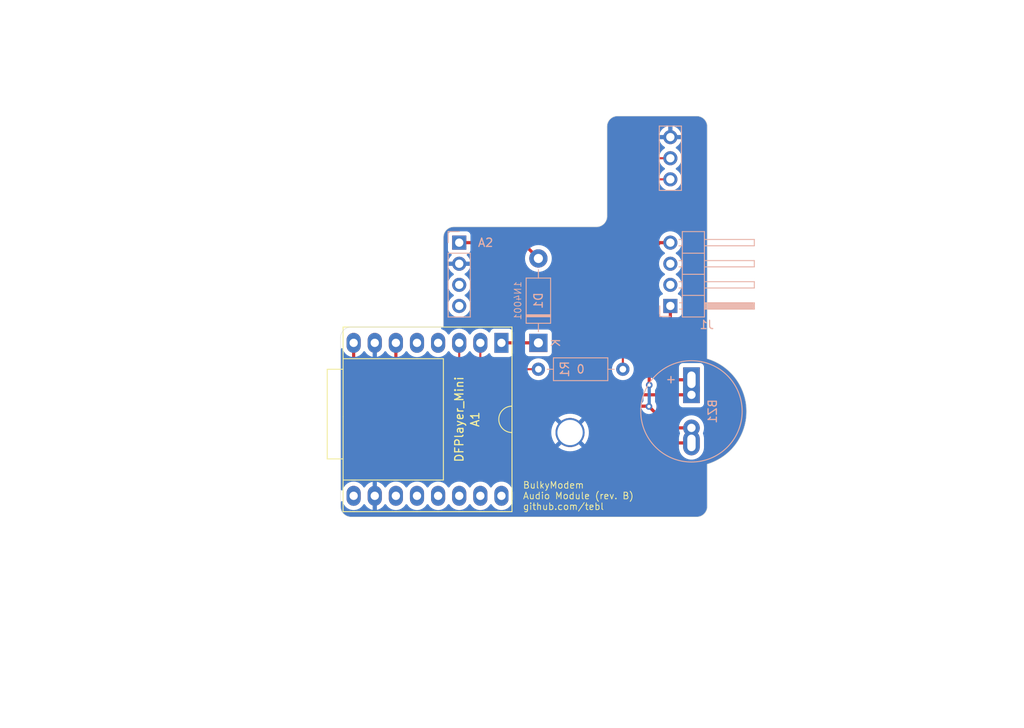
<source format=kicad_pcb>
(kicad_pcb (version 20240108) (generator "pcbnew") (generator_version "8.0")
  (layers (0 "F.Cu" signal) (31 "B.Cu" signal) (34 "B.Paste" user) (35 "F.Paste" user) (36 "B.SilkS" user "B.Silkscreen") (37 "F.SilkS" user "F.Silkscreen") (38 "B.Mask" user) (39 "F.Mask" user) (44 "Edge.Cuts" user))
  (net 0 "")
  (net 1 "GND")
  (net 2 "VCC")
  (net 3 "AUDIO_RX")
  (net 5 "SPEAKER+")
  (net 6 "AUDIO_TX")
  (net 7 "SPEAKER-")
  (net 16 "Net-(A2-AUDIO_RX)")
  (net 21 "Net-(A1-VCC)")
  (footprint "DFPlayer_Mini:DFPlayer_Mini" (layer "F.Cu") (at 140.455 105.069 -90)
    (property "Reference" "A1" (at 9.2075 3.175 90) (layer "F.SilkS"))
    (property "Value" "DFPlayer_Mini" (at 9.2075 5.08 90) (layer "F.SilkS"))
    (fp_line (start 3.175 20.955) (end 3.175 19.05) (stroke (width 0.12)) (layer "F.SilkS"))
    (fp_line (start 13.97 20.955) (end 3.175 20.955) (stroke (width 0.12)) (layer "F.SilkS"))
    (fp_line (start -1.905 19.05) (end 8.89 19.05) (stroke (width 0.12)) (layer "F.SilkS"))
    (fp_line (start 1.905 19.05) (end 1.905 6.985) (stroke (width 0.12)) (layer "F.SilkS"))
    (fp_line (start 13.97 19.05) (end 13.97 20.955) (stroke (width 0.12)) (layer "F.SilkS"))
    (fp_line (start 20.32 19.05) (end 8.89 19.05) (stroke (width 0.12)) (layer "F.SilkS"))
    (fp_line (start 20.32 19.05) (end 20.32 -1.27) (stroke (width 0.12)) (layer "F.SilkS"))
    (fp_line (start 1.905 6.985) (end 16.51 6.985) (stroke (width 0.12)) (layer "F.SilkS"))
    (fp_line (start 16.51 6.985) (end 16.51 19.05) (stroke (width 0.12)) (layer "F.SilkS"))
    (fp_line (start -1.905 -1.27) (end -1.905 19.05) (stroke (width 0.12)) (layer "F.SilkS"))
    (fp_line (start 20.32 -1.27) (end -1.905 -1.27) (stroke (width 0.12)) (layer "F.SilkS"))
    (fp_arc (start 10.795 -1.27) (mid 9.2075 0.3175) (end 7.62 -1.27) (stroke (width 0.12)) (layer "F.SilkS"))
    (pad "1" thru_hole rect (at 0 0 270) (size 2.4 1.7) (drill 1) (layers "*.Cu" "*.Mask") (net 21 "Net-(A1-VCC)"))
    (pad "2" thru_hole oval (at 0 2.54 270) (size 2.4 1.7) (drill 1) (layers "*.Cu" "*.Mask") (net 6 "AUDIO_TX"))
    (pad "3" thru_hole oval (at 0 5.08 270) (size 2.4 1.7) (drill 1) (layers "*.Cu" "*.Mask") (net 3 "AUDIO_RX"))
    (pad "4" thru_hole oval (at 0 7.62 270) (size 2.4 1.7) (drill 1) (layers "*.Cu" "*.Mask"))
    (pad "5" thru_hole oval (at 0 10.16 270) (size 2.4 1.7) (drill 1) (layers "*.Cu" "*.Mask"))
    (pad "6" thru_hole oval (at 0 12.7 270) (size 2.4 1.7) (drill 1) (layers "*.Cu" "*.Mask") (net 5 "SPEAKER+"))
    (pad "7" thru_hole oval (at 0 15.24 270) (size 2.4 1.7) (drill 1) (layers "*.Cu" "*.Mask") (net 1 "GND"))
    (pad "8" thru_hole oval (at 0 17.78 270) (size 2.4 1.7) (drill 1) (layers "*.Cu" "*.Mask") (net 7 "SPEAKER-"))
    (pad "9" thru_hole oval (at 18.415 17.78 270) (size 2.4 1.7) (drill 1) (layers "*.Cu" "*.Mask"))
    (pad "10" thru_hole oval (at 18.415 15.24 270) (size 2.4 1.7) (drill 1) (layers "*.Cu" "*.Mask") (net 1 "GND"))
    (pad "11" thru_hole oval (at 18.415 12.7 270) (size 2.4 1.7) (drill 1) (layers "*.Cu" "*.Mask"))
    (pad "12" thru_hole oval (at 18.415 10.16 270) (size 2.4 1.7) (drill 1) (layers "*.Cu" "*.Mask"))
    (pad "13" thru_hole oval (at 18.415 7.62 270) (size 2.4 1.7) (drill 1) (layers "*.Cu" "*.Mask"))
    (pad "14" thru_hole oval (at 18.415 5.08 270) (size 2.4 1.7) (drill 1) (layers "*.Cu" "*.Mask"))
    (pad "15" thru_hole oval (at 18.415 2.54 270) (size 2.4 1.7) (drill 1) (layers "*.Cu" "*.Mask"))
    (pad "16" thru_hole oval (at 18.415 0 270) (size 2.4 1.7) (drill 1) (layers "*.Cu" "*.Mask"))
  )
  (footprint "BulkyModem:AudioModule_Connector" (layer "F.Cu") (at 160.775 80.304)
    (property "Reference" "A2" (at -22.225 12.7 180) (layer "B.SilkS"))
    (property "Value" "~")
    (fp_line (start -26.73 11.37) (end -25.4 11.37) (stroke (width 0.12)) (layer "B.SilkS"))
    (fp_line (start -26.73 12.7) (end -26.73 11.37) (stroke (width 0.12)) (layer "B.SilkS"))
    (fp_line (start -26.73 13.97) (end -26.73 21.65) (stroke (width 0.12)) (layer "B.SilkS"))
    (fp_line (start -26.73 13.97) (end -24.07 13.97) (stroke (width 0.12)) (layer "B.SilkS"))
    (fp_line (start -26.73 21.65) (end -24.07 21.65) (stroke (width 0.12)) (layer "B.SilkS"))
    (fp_line (start -24.07 13.97) (end -24.07 21.65) (stroke (width 0.12)) (layer "B.SilkS"))
    (fp_line (start -1.33 -1.33) (end -1.33 6.41) (stroke (width 0.12)) (layer "B.SilkS"))
    (fp_line (start -1.33 -1.33) (end 1.33 -1.33) (stroke (width 0.12)) (layer "B.SilkS"))
    (fp_line (start -1.33 6.41) (end 1.33 6.41) (stroke (width 0.12)) (layer "B.SilkS"))
    (fp_line (start 1.33 -1.33) (end 1.33 6.41) (stroke (width 0.12)) (layer "B.SilkS"))
    (pad "1" thru_hole rect (at -25.4 12.7) (size 1.7 1.7) (drill 1) (layers "*.Cu" "*.Mask") (net 2 "VCC"))
    (pad "2" thru_hole oval (at -25.4 15.24) (size 1.7 1.7) (drill 1) (layers "*.Cu" "*.Mask") (net 1 "GND"))
    (pad "3" thru_hole oval (at -25.4 17.78) (size 1.7 1.7) (drill 1) (layers "*.Cu" "*.Mask"))
    (pad "4" thru_hole oval (at -25.4 20.32) (size 1.7 1.7) (drill 1) (layers "*.Cu" "*.Mask"))
    (pad "5" thru_hole oval (at 0 5.08) (size 1.7 1.7) (drill 1) (layers "*.Cu" "*.Mask") (net 3 "AUDIO_RX"))
    (pad "6" thru_hole oval (at 0 2.54) (size 1.7 1.7) (drill 1) (layers "*.Cu" "*.Mask") (net 16 "Net-(A2-AUDIO_RX)"))
    (pad "7" thru_hole oval (at 0 0) (size 1.7 1.7) (drill 1) (layers "*.Cu" "*.Mask") (net 1 "GND"))
  )
  (footprint "mounting:M3_pin" (layer "F.Cu") (at 148.71 115.864)
    (property "Reference" "M1" (hide yes))
    (property "Value" "Mounting_Pin" (hide yes))
    (pad "1" thru_hole circle (at 0 0) (size 3.5 3.5) (drill 3.048) (layers "*.Cu" "*.Mask") (net 1 "GND"))
  )
  (footprint "Connector_PinHeader_2.54mm:PinHeader_1x04_P2.54mm_Horizontal" (layer "B.Cu") (at 160.775 100.624)
    (property "Reference" "J1" (at 4.385 2.27 0) (layer "B.SilkS") (effects (justify mirror)))
    (property "Value" "Speaker")
    (fp_line (start -1.27 1.27) (end -1.27 0) (stroke (width 0.12)) (layer "B.SilkS"))
    (fp_line (start 0 1.27) (end -1.27 1.27) (stroke (width 0.12)) (layer "B.SilkS"))
    (fp_line (start 1.44 -8.95) (end 1.44 1.33) (stroke (width 0.12)) (layer "B.SilkS"))
    (fp_line (start 1.44 -8) (end 1.042929 -8) (stroke (width 0.12)) (layer "B.SilkS"))
    (fp_line (start 1.44 -7.24) (end 1.042929 -7.24) (stroke (width 0.12)) (layer "B.SilkS"))
    (fp_line (start 1.44 -5.46) (end 1.042929 -5.46) (stroke (width 0.12)) (layer "B.SilkS"))
    (fp_line (start 1.44 -4.7) (end 1.042929 -4.7) (stroke (width 0.12)) (layer "B.SilkS"))
    (fp_line (start 1.44 -2.92) (end 1.042929 -2.92) (stroke (width 0.12)) (layer "B.SilkS"))
    (fp_line (start 1.44 -2.16) (end 1.042929 -2.16) (stroke (width 0.12)) (layer "B.SilkS"))
    (fp_line (start 1.44 -0.38) (end 1.11 -0.38) (stroke (width 0.12)) (layer "B.SilkS"))
    (fp_line (start 1.44 0.38) (end 1.11 0.38) (stroke (width 0.12)) (layer "B.SilkS"))
    (fp_line (start 1.44 1.33) (end 4.1 1.33) (stroke (width 0.12)) (layer "B.SilkS"))
    (fp_line (start 4.1 -8.95) (end 1.44 -8.95) (stroke (width 0.12)) (layer "B.SilkS"))
    (fp_line (start 4.1 -8) (end 10.1 -8) (stroke (width 0.12)) (layer "B.SilkS"))
    (fp_line (start 4.1 -6.35) (end 1.44 -6.35) (stroke (width 0.12)) (layer "B.SilkS"))
    (fp_line (start 4.1 -5.46) (end 10.1 -5.46) (stroke (width 0.12)) (layer "B.SilkS"))
    (fp_line (start 4.1 -3.81) (end 1.44 -3.81) (stroke (width 0.12)) (layer "B.SilkS"))
    (fp_line (start 4.1 -2.92) (end 10.1 -2.92) (stroke (width 0.12)) (layer "B.SilkS"))
    (fp_line (start 4.1 -1.27) (end 1.44 -1.27) (stroke (width 0.12)) (layer "B.SilkS"))
    (fp_line (start 4.1 -0.38) (end 10.1 -0.38) (stroke (width 0.12)) (layer "B.SilkS"))
    (fp_line (start 4.1 1.33) (end 4.1 -8.95) (stroke (width 0.12)) (layer "B.SilkS"))
    (fp_line (start 10.1 -8) (end 10.1 -7.24) (stroke (width 0.12)) (layer "B.SilkS"))
    (fp_line (start 10.1 -7.24) (end 4.1 -7.24) (stroke (width 0.12)) (layer "B.SilkS"))
    (fp_line (start 10.1 -5.46) (end 10.1 -4.7) (stroke (width 0.12)) (layer "B.SilkS"))
    (fp_line (start 10.1 -4.7) (end 4.1 -4.7) (stroke (width 0.12)) (layer "B.SilkS"))
    (fp_line (start 10.1 -2.92) (end 10.1 -2.16) (stroke (width 0.12)) (layer "B.SilkS"))
    (fp_line (start 10.1 -2.16) (end 4.1 -2.16) (stroke (width 0.12)) (layer "B.SilkS"))
    (fp_line (start 10.1 -0.38) (end 10.1 0.38) (stroke (width 0.12)) (layer "B.SilkS"))
    (fp_line (start 10.1 -0.28) (end 4.1 -0.28) (stroke (width 0.12)) (layer "B.SilkS"))
    (fp_line (start 10.1 -0.16) (end 4.1 -0.16) (stroke (width 0.12)) (layer "B.SilkS"))
    (fp_line (start 10.1 -0.04) (end 4.1 -0.04) (stroke (width 0.12)) (layer "B.SilkS"))
    (fp_line (start 10.1 0.08) (end 4.1 0.08) (stroke (width 0.12)) (layer "B.SilkS"))
    (fp_line (start 10.1 0.2) (end 4.1 0.2) (stroke (width 0.12)) (layer "B.SilkS"))
    (fp_line (start 10.1 0.32) (end 4.1 0.32) (stroke (width 0.12)) (layer "B.SilkS"))
    (fp_line (start 10.1 0.38) (end 4.1 0.38) (stroke (width 0.12)) (layer "B.SilkS"))
    (pad "1" thru_hole rect (at 0 0) (size 1.7 1.7) (drill 1) (layers "*.Cu" "*.Mask") (net 5 "SPEAKER+"))
    (pad "2" thru_hole oval (at 0 -2.54) (size 1.7 1.7) (drill 1) (layers "*.Cu" "*.Mask"))
    (pad "3" thru_hole oval (at 0 -5.08) (size 1.7 1.7) (drill 1) (layers "*.Cu" "*.Mask"))
    (pad "4" thru_hole oval (at 0 -7.62) (size 1.7 1.7) (drill 1) (layers "*.Cu" "*.Mask") (net 7 "SPEAKER-"))
  )
  (footprint "small_buzzer:Buzzer_12x9.5RM7.6" (layer "B.Cu") (at 163.315 109.514 -90)
    (property "Reference" "BZ1" (at 3.8 -2.54 90) (layer "B.SilkS") (effects (justify mirror)))
    (property "Value" "Buzzer")
    (fp_circle (center 3.8 0) (end 9.9 0) (stroke (width 0.12)) (fill none) (layer "B.SilkS"))
    (fp_text user "+" (at -0.01 2.54 90) (layer "B.SilkS") (effects (justify mirror)))
    (pad "1" thru_hole rect (at 0 0 270) (size 3 2) (drill oval 2 1) (layers "*.Cu" "*.Mask") (net 5 "SPEAKER+"))
    (pad "1" thru_hole rect (at 1.81 0 270) (size 2 2) (drill 1) (layers "*.Cu" "*.Mask") (net 5 "SPEAKER+"))
    (pad "2" thru_hole circle (at 5.79 0 270) (size 2 2) (drill 1) (layers "*.Cu" "*.Mask") (net 7 "SPEAKER-"))
    (pad "2" thru_hole oval (at 7.6 0 270) (size 3 2) (drill oval 2 1) (layers "*.Cu" "*.Mask") (net 7 "SPEAKER-"))
  )
  (footprint "Diode_THT:D_DO-41_SOD81_P10.16mm_Horizontal" (layer "B.Cu") (at 144.9 105.069 90)
    (property "Reference" "D1" (at 5.08 0 270) (layer "B.SilkS") (effects (justify mirror)))
    (property "Value" "1N4001" (at 5.08 -2.47 270) (layer "B.SilkS") (effects (font (size 0.8 0.8) (thickness 0.1)) (justify mirror)))
    (fp_line (start 7.8 -1.47) (end 2.36 -1.47) (stroke (width 0.12)) (layer "B.SilkS"))
    (fp_line (start 3.38 -1.47) (end 3.38 1.47) (stroke (width 0.12)) (layer "B.SilkS"))
    (fp_line (start 3.26 -1.47) (end 3.26 1.47) (stroke (width 0.12)) (layer "B.SilkS"))
    (fp_line (start 3.14 -1.47) (end 3.14 1.47) (stroke (width 0.12)) (layer "B.SilkS"))
    (fp_line (start 2.36 -1.47) (end 2.36 1.47) (stroke (width 0.12)) (layer "B.SilkS"))
    (fp_line (start 7.8 0) (end 8.82 0) (stroke (width 0.12)) (layer "B.SilkS"))
    (fp_line (start 2.36 0) (end 1.34 0) (stroke (width 0.12)) (layer "B.SilkS"))
    (fp_line (start 7.8 1.47) (end 7.8 -1.47) (stroke (width 0.12)) (layer "B.SilkS"))
    (fp_line (start 2.36 1.47) (end 7.8 1.47) (stroke (width 0.12)) (layer "B.SilkS"))
    (fp_text user "K" (at 0 2.1 270) (layer "B.SilkS") (effects (justify mirror)))
    (pad "1" thru_hole rect (at 0 0 90) (size 2.2 2.2) (drill 1.1) (layers "*.Cu" "*.Mask") (net 21 "Net-(A1-VCC)"))
    (pad "2" thru_hole oval (at 10.16 0 90) (size 2.2 2.2) (drill 1.1) (layers "*.Cu" "*.Mask") (net 2 "VCC"))
  )
  (footprint "Resistor_THT:R_Axial_DIN0207_L6.3mm_D2.5mm_P10.16mm_Horizontal" (layer "B.Cu") (at 155.06 108.244 180)
    (property "Reference" "R1" (at 6.985 0 -90) (layer "B.SilkS") (effects (justify mirror)))
    (property "Value" "0" (at 5.08 0 180) (layer "B.SilkS") (effects (justify mirror)))
    (fp_line (start 8.35 1.37) (end 8.35 -1.37) (stroke (width 0.12)) (layer "B.SilkS"))
    (fp_line (start 8.35 0) (end 9.12 0) (stroke (width 0.12)) (layer "B.SilkS"))
    (fp_line (start 8.35 -1.37) (end 1.81 -1.37) (stroke (width 0.12)) (layer "B.SilkS"))
    (fp_line (start 1.81 1.37) (end 8.35 1.37) (stroke (width 0.12)) (layer "B.SilkS"))
    (fp_line (start 1.81 0) (end 1.04 0) (stroke (width 0.12)) (layer "B.SilkS"))
    (fp_line (start 1.81 -1.37) (end 1.81 1.37) (stroke (width 0.12)) (layer "B.SilkS"))
    (pad "1" thru_hole circle (at 0 0 180) (size 1.6 1.6) (drill 0.8) (layers "*.Cu" "*.Mask") (net 16 "Net-(A2-AUDIO_RX)"))
    (pad "2" thru_hole oval (at 10.16 0 180) (size 1.6 1.6) (drill 0.8) (layers "*.Cu" "*.Mask") (net 6 "AUDIO_TX"))
  )
  (gr_line (start 163.95 126.024) (end 122.37 126.024) (stroke (width 0.05)) (layer "Edge.Cuts"))
  (gr_line (start 122.37 103.164) (end 133.47 103.164) (stroke (width 0.05)) (layer "Edge.Cuts"))
  (gr_arc (start 153.155 89.829) (mid 152.783026 90.727026) (end 151.885 91.099) (stroke (width 0.05)) (layer "Edge.Cuts"))
  (gr_arc (start 163.95 77.764) (mid 164.848026 78.135974) (end 165.22 79.034) (stroke (width 0.05)) (layer "Edge.Cuts"))
  (gr_line (start 134.74 91.099) (end 151.885 91.099) (stroke (width 0.05)) (layer "Edge.Cuts"))
  (gr_arc (start 133.47 92.369) (mid 133.841974 91.470974) (end 134.74 91.099) (stroke (width 0.05)) (layer "Edge.Cuts"))
  (gr_line (start 165.22 79.034) (end 165.22 90.464) (stroke (width 0.05)) (layer "Edge.Cuts"))
  (gr_line (start 133.47 103.164) (end 133.47 92.369) (stroke (width 0.05)) (layer "Edge.Cuts"))
  (gr_arc (start 153.155 79.034) (mid 153.526974 78.135974) (end 154.425 77.764) (stroke (width 0.05)) (layer "Edge.Cuts"))
  (gr_arc (start 165.22 124.754) (mid 164.848026 125.652026) (end 163.95 126.024) (stroke (width 0.05)) (layer "Edge.Cuts"))
  (gr_line (start 153.155 89.829) (end 153.155 79.034) (stroke (width 0.05)) (layer "Edge.Cuts"))
  (gr_line (start 121.1 104.434) (end 121.1 124.754) (stroke (width 0.05)) (layer "Edge.Cuts"))
  (gr_line (start 165.22 119.673999) (end 165.22 124.754) (stroke (width 0.05)) (layer "Edge.Cuts"))
  (gr_arc (start 165.22 106.974001) (mid 169.944594 113.324) (end 165.22 119.673999) (stroke (width 0.05)) (layer "Edge.Cuts"))
  (gr_arc (start 122.37 126.024) (mid 121.471974 125.652026) (end 121.1 124.754) (stroke (width 0.05)) (layer "Edge.Cuts"))
  (gr_arc (start 121.1 104.434) (mid 121.471974 103.535974) (end 122.37 103.164) (stroke (width 0.05)) (layer "Edge.Cuts"))
  (gr_line (start 154.425 77.764) (end 163.95 77.764) (stroke (width 0.05)) (layer "Edge.Cuts"))
  (gr_line (start 165.22 90.464) (end 165.22 106.974) (stroke (width 0.05)) (layer "Edge.Cuts"))
  (gr_text "BulkyModem\nAudio Module (rev. B)\ngithub.com/tebl" (at 142.995 123.484 0) (layer "F.SilkS") (effects (font (size 0.8 0.8) (thickness 0.1)) (justify left)))
  (segment (start 142.995 93.004) (end 144.9 94.909) (width 0.381) (layer "F.Cu") (net 2))
  (segment (start 135.375 93.004) (end 142.995 93.004) (width 0.381) (layer "F.Cu") (net 2))
  (segment (start 156.965 86.654) (end 158.235 85.384) (width 0.25) (layer "F.Cu") (net 3))
  (segment (start 135.375 105.069) (end 135.375 109.514) (width 0.25) (layer "F.Cu") (net 3))
  (segment (start 158.235 85.384) (end 160.775 85.384) (width 0.25) (layer "F.Cu") (net 3))
  (segment (start 156.33 110.149) (end 156.965 109.514) (width 0.25) (layer "F.Cu") (net 3))
  (segment (start 135.375 109.514) (end 136.01 110.149) (width 0.25) (layer "F.Cu") (net 3))
  (segment (start 156.965 109.514) (end 156.965 86.654) (width 0.25) (layer "F.Cu") (net 3))
  (segment (start 136.01 110.149) (end 156.33 110.149) (width 0.25) (layer "F.Cu") (net 3))
  (segment (start 160.775 111.324) (end 160.775 110.149) (width 0.381) (layer "F.Cu") (net 5))
  (segment (start 127.755 105.069) (end 127.755 108.879) (width 0.381) (layer "F.Cu") (net 5))
  (segment (start 156.33 111.324) (end 160.775 111.324) (width 0.381) (layer "F.Cu") (net 5))
  (segment (start 160.775 110.149) (end 160.775 100.624) (width 0.381) (layer "F.Cu") (net 5))
  (segment (start 130.2 111.324) (end 156.33 111.324) (width 0.381) (layer "F.Cu") (net 5))
  (segment (start 161.41 109.514) (end 163.315 109.514) (width 0.381) (layer "F.Cu") (net 5))
  (segment (start 127.755 108.879) (end 130.2 111.324) (width 0.381) (layer "F.Cu") (net 5))
  (segment (start 160.775 110.149) (end 161.41 109.514) (width 0.381) (layer "F.Cu") (net 5))
  (segment (start 160.775 111.324) (end 163.315 111.324) (width 0.381) (layer "F.Cu") (net 5))
  (segment (start 137.915 105.069) (end 137.915 107.609) (width 0.25) (layer "F.Cu") (net 6))
  (segment (start 137.915 107.609) (end 138.55 108.244) (width 0.25) (layer "F.Cu") (net 6))
  (segment (start 138.55 108.244) (end 144.9 108.244) (width 0.25) (layer "F.Cu") (net 6))
  (segment (start 158.235 94.274) (end 159.505 93.004) (width 0.381) (layer "F.Cu") (net 7))
  (segment (start 160.775 115.304) (end 160.775 116.499) (width 0.381) (layer "F.Cu") (net 7))
  (segment (start 158.235 110.149) (end 158.235 94.274) (width 0.381) (layer "F.Cu") (net 7))
  (segment (start 160.775 116.499) (end 161.39 117.114) (width 0.381) (layer "F.Cu") (net 7))
  (segment (start 122.675 105.069) (end 122.675 109.029) (width 0.381) (layer "F.Cu") (net 7))
  (segment (start 159.505 93.004) (end 160.775 93.004) (width 0.381) (layer "F.Cu") (net 7))
  (segment (start 126.335 112.689) (end 158.16 112.689) (width 0.381) (layer "F.Cu") (net 7))
  (segment (start 160.775 115.304) (end 163.315 115.304) (width 0.381) (layer "F.Cu") (net 7))
  (segment (start 122.675 109.029) (end 126.335 112.689) (width 0.381) (layer "F.Cu") (net 7))
  (segment (start 161.39 117.114) (end 163.315 117.114) (width 0.381) (layer "F.Cu") (net 7))
  (segment (start 158.16 112.689) (end 160.775 115.304) (width 0.381) (layer "F.Cu") (net 7))
  (via (at 158.235 110.149) (size 0.8) (drill 0.4) (layers "F.Cu" "B.Cu") (net 7))
  (via (at 158.1975 112.7265) (size 0.8) (drill 0.4) (layers "F.Cu" "B.Cu") (net 7))
  (segment (start 158.1975 112.7265) (end 158.235 112.689) (width 0.381) (layer "B.Cu") (net 7))
  (segment (start 158.235 112.689) (end 158.235 110.149) (width 0.381) (layer "B.Cu") (net 7))
  (segment (start 156.457 82.844) (end 160.775 82.844) (width 0.25) (layer "F.Cu") (net 16))
  (segment (start 155.06 84.241) (end 156.457 82.844) (width 0.25) (layer "F.Cu") (net 16))
  (segment (start 155.06 108.244) (end 155.06 84.241) (width 0.25) (layer "F.Cu") (net 16))
  (segment (start 144.9 105.069) (end 140.455 105.069) (width 0.381) (layer "F.Cu") (net 21))
  (zone (net 1) (net_name "GND") (layer "B.Cu") (connect_pads (clearance 0.508)) (min_thickness 0.254) (fill yes (thermal_gap 0.508) (thermal_bridge_width 0.508))
    (polygon (pts (xy 203.32 151.424) (xy 80.13 151.424) (xy 80.13 63.794) (xy 203.32 63.794)))
  )
)
</source>
